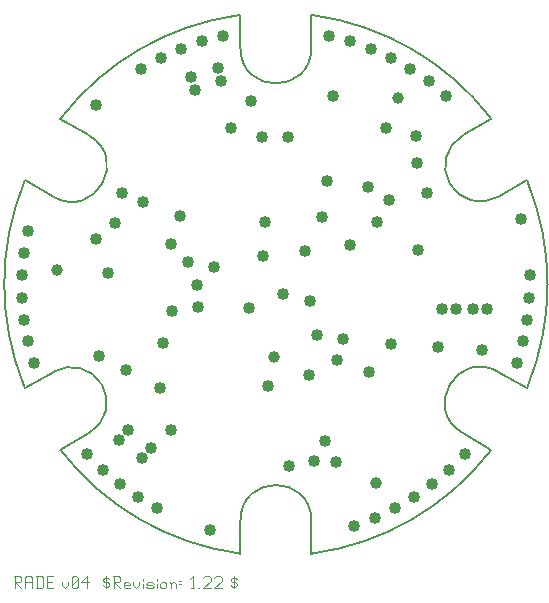
<source format=gbr>
G04 start of page 4 for group 2 idx 4
G04 Title: RADE, Board *
G04 Creator: pcb-bin 20060822 *
G04 CreationDate: Tue Dec 12 12:58:33 2006 UTC *
G04 For: stephan *
G04 Format: Gerber/RS-274X *
G04 PCB-Dimensions: 236220 236220 *
G04 PCB-Coordinate-Origin: lower left *
%MOIN*%
%FSLAX24Y24*%
%LNGROUP2*%
%ADD11C,0.0080*%
%ADD12C,0.0040*%
%ADD13C,0.0400*%
%ADD14C,0.0394*%
%ADD15C,0.0160*%
%ADD16C,0.0157*%
G54D11*X19220Y8896D02*X20176Y8345D01*
X18946Y6236D02*X18995Y6299D01*
X18039Y6851D02*X18995Y6299D01*
X12992Y3937D02*Y2833D01*
X10629Y3937D02*Y2833D01*
X10550Y2844D02*X10629Y2833D01*
X4675Y6236D02*X4626Y6299D01*
X5582Y6851D02*X4626Y6299D01*
X13071Y2844D02*X12992Y2833D01*
X4401Y8896D02*X3445Y8345D01*
X20206Y8418D02*X20176Y8345D01*
X3415Y8418D02*X3445Y8345D01*
X20206Y15203D02*X20176Y15277D01*
X19220Y14725D02*X20176Y15277D01*
X18039Y16770D02*X18995Y17322D01*
X12992Y19685D02*Y20788D01*
X18946Y17385D02*X18995Y17322D01*
X13071Y20778D02*X12992Y20788D01*
X10629Y19685D02*Y20788D01*
X4675Y17385D02*X4626Y17322D01*
X5582Y16770D02*X4626Y17322D01*
X10550Y20778D02*X10629Y20788D01*
X4401Y14725D02*X3445Y15277D01*
X3415Y15203D02*X3445Y15277D01*
X20206Y8418D02*G75*G03X20206Y15203I-8395J3392D01*G01*
X13071Y2844D02*G75*G03X18946Y6236I-1260J8966D01*G01*
X18946Y17385D02*G75*G03X13071Y20777I-7135J-5574D01*G01*
X19220Y8896D02*G75*G03X18039Y6851I-590J-1022D01*G01*
X18039Y16770D02*G75*G03X19220Y14725I590J-1022D01*G01*
X10629Y19685D02*G75*G03X12992Y19685I1181J0D01*G01*
X10550Y20778D02*G75*G03X4675Y17385I1260J-8966D01*G01*
X12992Y3937D02*G75*G03X10629Y3937I-1181J0D01*G01*
X4675Y6236D02*G75*G03X10550Y2844I7135J5574D01*G01*
X5582Y6851D02*G75*G03X4401Y8896I-590J1022D01*G01*
X4401Y14725D02*G75*G03X5582Y16770I590J1022D01*G01*
X3415Y15203D02*G75*G03X3415Y8418I8395J-3392D01*G01*
G54D12*X3070Y2085D02*X3270D01*
X3320Y2035D01*
Y1935D01*
X3270Y1885D02*X3320Y1935D01*
X3120Y1885D02*X3270D01*
X3120Y2085D02*Y1685D01*
Y1885D02*X3320Y1685D01*
X3440Y2035D02*Y1685D01*
Y2035D02*X3490Y2085D01*
X3640D01*
X3690Y2035D01*
Y1685D01*
X3440Y1885D02*X3690D01*
X3861Y2085D02*Y1685D01*
X4011Y2085D02*X4061Y2035D01*
Y1735D01*
X4011Y1685D02*X4061Y1735D01*
X3811Y1685D02*X4011D01*
X3811Y2085D02*X4011D01*
X4181Y1885D02*X4331D01*
X4181Y1685D02*X4381D01*
X4181Y2085D02*Y1685D01*
Y2085D02*X4381D01*
X4681Y1885D02*Y1785D01*
X4781Y1685D01*
X4881Y1785D01*
Y1885D02*Y1785D01*
X5001Y1735D02*X5051Y1685D01*
X5001Y2035D02*Y1735D01*
Y2035D02*X5051Y2085D01*
X5151D01*
X5201Y2035D01*
Y1735D01*
X5151Y1685D02*X5201Y1735D01*
X5051Y1685D02*X5151D01*
X5001Y1785D02*X5201Y1985D01*
X5321Y1885D02*X5521Y2085D01*
X5321Y1885D02*X5571D01*
X5521Y2085D02*Y1685D01*
X6201Y2035D02*X6251Y1985D01*
X6101Y2035D02*X6201D01*
X6051Y1985D02*X6101Y2035D01*
X6051Y1985D02*Y1935D01*
X6101Y1885D01*
X6201D01*
X6251Y1835D01*
Y1785D01*
X6201Y1735D02*X6251Y1785D01*
X6101Y1735D02*X6201D01*
X6051Y1785D02*X6101Y1735D01*
X6151Y2085D02*Y1685D01*
X6371Y2085D02*X6571D01*
X6621Y2035D01*
Y1935D01*
X6571Y1885D02*X6621Y1935D01*
X6421Y1885D02*X6571D01*
X6421Y2085D02*Y1685D01*
Y1885D02*X6621Y1685D01*
X6791D02*X6941D01*
X6741Y1735D02*X6791Y1685D01*
X6741Y1835D02*Y1735D01*
Y1835D02*X6791Y1885D01*
X6891D01*
X6941Y1835D01*
X6741Y1785D02*X6941D01*
Y1835D02*Y1785D01*
X7061Y1885D02*Y1785D01*
X7161Y1685D01*
X7261Y1785D01*
Y1885D02*Y1785D01*
X7381Y1985D02*Y1935D01*
Y1835D02*Y1685D01*
X7532D02*X7682D01*
X7732Y1735D01*
X7682Y1785D02*X7732Y1735D01*
X7532Y1785D02*X7682D01*
X7482Y1835D02*X7532Y1785D01*
X7482Y1835D02*X7532Y1885D01*
X7682D01*
X7732Y1835D01*
X7482Y1735D02*X7532Y1685D01*
X7852Y1985D02*Y1935D01*
Y1835D02*Y1685D01*
X7952Y1835D02*Y1735D01*
Y1835D02*X8002Y1885D01*
X8102D01*
X8152Y1835D01*
Y1735D01*
X8102Y1685D02*X8152Y1735D01*
X8002Y1685D02*X8102D01*
X7952Y1735D02*X8002Y1685D01*
X8322Y1835D02*Y1685D01*
Y1835D02*X8372Y1885D01*
X8422D01*
X8472Y1835D01*
Y1685D01*
X8272Y1885D02*X8322Y1835D01*
X8592Y1935D02*X8642D01*
X8592Y1835D02*X8642D01*
X8992Y1685D02*X9092D01*
X9042Y2085D02*Y1685D01*
X8942Y1985D02*X9042Y2085D01*
X9212Y1685D02*X9262D01*
X9382Y2035D02*X9432Y2085D01*
X9582D01*
X9632Y2035D01*
Y1935D01*
X9382Y1685D02*X9632Y1935D01*
X9382Y1685D02*X9632D01*
X9752Y2035D02*X9802Y2085D01*
X9952D01*
X10002Y2035D01*
Y1935D01*
X9752Y1685D02*X10002Y1935D01*
X9752Y1685D02*X10002D01*
X10452Y2035D02*X10502Y1985D01*
X10352Y2035D02*X10452D01*
X10302Y1985D02*X10352Y2035D01*
X10302Y1985D02*Y1935D01*
X10352Y1885D01*
X10452D01*
X10502Y1835D01*
Y1785D01*
X10452Y1735D02*X10502Y1785D01*
X10352Y1735D02*X10452D01*
X10302Y1785D02*X10352Y1735D01*
X10402Y2085D02*Y1685D01*
G54D13*X20058Y9906D03*
X20264Y11368D03*
X20270Y12106D03*
X20193Y10633D03*
X19861Y9195D03*
X17583Y5620D03*
X18101Y6147D03*
X17022Y5140D03*
X16421Y4712D03*
X15784Y4337D03*
X15118Y4019D03*
X14426Y3760D03*
X6599Y5140D03*
X7200Y4712D03*
X7837Y4337D03*
X6038Y5620D03*
X9620Y3634D03*
X5520Y6147D03*
X19987Y14001D03*
X17474Y18101D03*
X16905Y18571D03*
X16296Y18989D03*
X15653Y19353D03*
X14981Y19659D03*
X14285Y19905D03*
X13570Y20090D03*
X10051D03*
X9336Y19905D03*
X8640Y19659D03*
X7968Y19353D03*
X7325Y18989D03*
X5825Y17796D03*
X3531Y13570D03*
X3409Y12842D03*
X3760Y9195D03*
X3563Y9906D03*
X3428Y10633D03*
X3358Y11368D03*
X3351Y12106D03*
X16555Y12952D03*
X16850Y14862D03*
X16515Y15866D03*
X16496Y16751D03*
X15177Y13897D03*
X14291Y13129D03*
X13346Y14055D03*
X13818Y5885D03*
X12913Y8779D03*
G54D14*X15157Y5196D03*
G54D13*X13464Y6574D03*
X13090Y5925D03*
X12244Y5748D03*
X17815Y10984D03*
X17362D03*
X18838D03*
X18385D03*
X18681Y9606D03*
X17204Y9724D03*
X12952Y11259D03*
X12775Y12913D03*
X12047Y11476D03*
X15649Y9822D03*
X14901Y8877D03*
X14055Y9980D03*
X13858Y9291D03*
X13188Y10118D03*
G54D14*X11752Y9389D03*
G54D13*X15590Y14625D03*
X15492Y17007D03*
X13720Y18090D03*
X14881Y15059D03*
X13523Y15255D03*
X12224Y16712D03*
X11358Y16712D03*
G54D14*X15885Y18031D03*
G54D13*X10984Y17933D03*
X10315Y17027D03*
X9881Y19015D03*
X9114Y18287D03*
X9980Y18582D03*
X8996Y18720D03*
X11437Y13878D03*
X11397Y12736D03*
X9744Y12401D03*
X9212Y11062D03*
X9173Y11771D03*
X8346Y10925D03*
X6811Y8937D03*
X8897Y12559D03*
X8621Y14074D03*
X8307Y13169D03*
X7381Y14566D03*
X6692Y14842D03*
X10925Y11023D03*
X6437Y13858D03*
X11555Y8405D03*
X8031Y9842D03*
X7933Y8346D03*
X8307Y6968D03*
X7342Y6023D03*
X6889Y6948D03*
X7657Y6358D03*
X6574Y6614D03*
X5905Y9429D03*
X6220Y12184D03*
X5826Y13326D03*
G54D14*X4507Y12283D03*
G54D15*%LNGROUP2_C1*%
%LPC*%
G54D16*G54D15*G54D16*G54D15*G54D16*G54D15*G54D16*M02*

</source>
